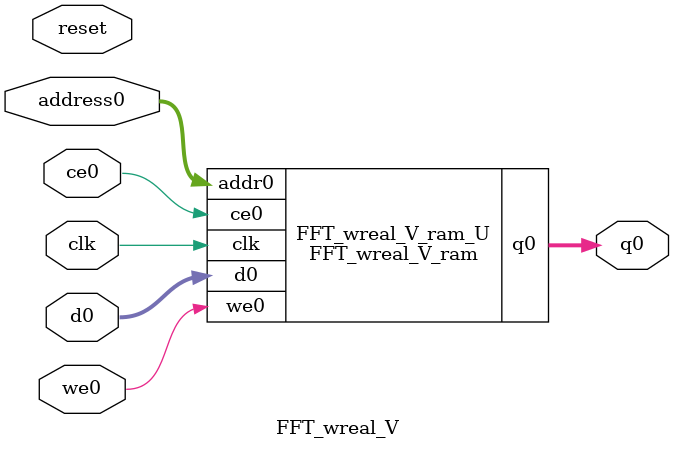
<source format=v>

`timescale 1 ns / 1 ps
module FFT_wreal_V_ram (addr0, ce0, d0, we0, q0,  clk);

parameter DWIDTH = 32;
parameter AWIDTH = 9;
parameter MEM_SIZE = 512;

input[AWIDTH-1:0] addr0;
input ce0;
input[DWIDTH-1:0] d0;
input we0;
output reg[DWIDTH-1:0] q0;
input clk;

(* ram_style = "block" *)reg [DWIDTH-1:0] ram[MEM_SIZE-1:0];




always @(posedge clk)  
begin 
    if (ce0) 
    begin
        if (we0) 
        begin 
            ram[addr0] <= d0; 
            q0 <= d0;
        end 
        else 
            q0 <= ram[addr0];
    end
end


endmodule


`timescale 1 ns / 1 ps
module FFT_wreal_V(
    reset,
    clk,
    address0,
    ce0,
    we0,
    d0,
    q0);

parameter DataWidth = 32'd32;
parameter AddressRange = 32'd512;
parameter AddressWidth = 32'd9;
input reset;
input clk;
input[AddressWidth - 1:0] address0;
input ce0;
input we0;
input[DataWidth - 1:0] d0;
output[DataWidth - 1:0] q0;




FFT_wreal_V_ram FFT_wreal_V_ram_U(
    .clk( clk ),
    .addr0( address0 ),
    .ce0( ce0 ),
    .d0( d0 ),
    .we0( we0 ),
    .q0( q0 ));

endmodule


</source>
